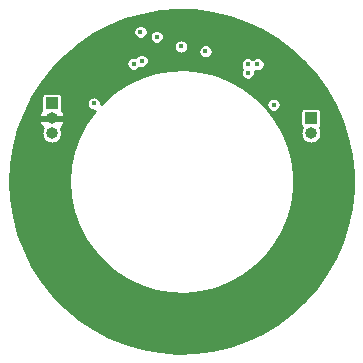
<source format=gbr>
G04 #@! TF.GenerationSoftware,KiCad,Pcbnew,(5.1.4)-1*
G04 #@! TF.CreationDate,2020-07-30T17:55:38-07:00*
G04 #@! TF.ProjectId,Kicad LED Rings,4b696361-6420-44c4-9544-2052696e6773,rev?*
G04 #@! TF.SameCoordinates,Original*
G04 #@! TF.FileFunction,Copper,L3,Inr*
G04 #@! TF.FilePolarity,Positive*
%FSLAX46Y46*%
G04 Gerber Fmt 4.6, Leading zero omitted, Abs format (unit mm)*
G04 Created by KiCad (PCBNEW (5.1.4)-1) date 2020-07-30 17:55:38*
%MOMM*%
%LPD*%
G04 APERTURE LIST*
%ADD10R,1.000000X1.000000*%
%ADD11O,1.000000X1.000000*%
%ADD12C,0.450000*%
%ADD13C,0.254000*%
G04 APERTURE END LIST*
D10*
X98659680Y-73283900D03*
D11*
X98659680Y-74553900D03*
X98659680Y-75823900D03*
D10*
X120591580Y-74553420D03*
D11*
X120591580Y-75823420D03*
D12*
X112207040Y-67330320D03*
X109595920Y-68486020D03*
X115247420Y-69999860D03*
X106281220Y-69707760D03*
X106166920Y-67249040D03*
X117436900Y-73416160D03*
X105587800Y-69941440D03*
X111660940Y-68894960D03*
X116060220Y-69982080D03*
X107542400Y-67669480D03*
X102201980Y-73312020D03*
X115260120Y-70721220D03*
D13*
G36*
X110770511Y-65434303D02*
G01*
X112252977Y-65626238D01*
X113707852Y-65969584D01*
X115119712Y-66460702D01*
X116473592Y-67094387D01*
X117755141Y-67863919D01*
X118950772Y-68761144D01*
X120047814Y-69776549D01*
X121034635Y-70899371D01*
X121900777Y-72117708D01*
X122637058Y-73418645D01*
X123235672Y-74788392D01*
X123690276Y-76212430D01*
X123996048Y-77675663D01*
X124149749Y-79162580D01*
X124149749Y-80657420D01*
X123996048Y-82144337D01*
X123690276Y-83607570D01*
X123235672Y-85031608D01*
X122637058Y-86401355D01*
X121900777Y-87702292D01*
X121034635Y-88920629D01*
X120047814Y-90043451D01*
X118950772Y-91058856D01*
X117755141Y-91956081D01*
X116473592Y-92725613D01*
X115119712Y-93359298D01*
X113707852Y-93850416D01*
X112252977Y-94193762D01*
X110770511Y-94385697D01*
X109276166Y-94424186D01*
X107785784Y-94308822D01*
X106315164Y-94040825D01*
X104879893Y-93623039D01*
X103495187Y-93059891D01*
X102175723Y-92357351D01*
X100935489Y-91522866D01*
X99787630Y-90565282D01*
X98744315Y-89494749D01*
X97816604Y-88322615D01*
X97014329Y-87061305D01*
X96345995Y-85724190D01*
X95818687Y-84325443D01*
X95437994Y-82879891D01*
X95207953Y-81402858D01*
X95131000Y-79910000D01*
X100149000Y-79910000D01*
X100233773Y-81176359D01*
X100486578Y-82420121D01*
X100902905Y-83619089D01*
X101475325Y-84751868D01*
X102193621Y-85798244D01*
X103044977Y-86739544D01*
X104014199Y-87558971D01*
X105083993Y-88241901D01*
X106235267Y-88776149D01*
X107447477Y-89152180D01*
X108698991Y-89363284D01*
X109967476Y-89405694D01*
X111230295Y-89278653D01*
X112464914Y-88984429D01*
X113649301Y-88528271D01*
X114762320Y-87918319D01*
X115784110Y-87165460D01*
X116696437Y-86283126D01*
X117483019Y-85287063D01*
X118129821Y-84195047D01*
X118625301Y-83026564D01*
X118960616Y-81802466D01*
X119129783Y-80544597D01*
X119129783Y-79275403D01*
X118960616Y-78017534D01*
X118625301Y-76793436D01*
X118213979Y-75823420D01*
X119706318Y-75823420D01*
X119723328Y-75996126D01*
X119773705Y-76162195D01*
X119855512Y-76315245D01*
X119965605Y-76449395D01*
X120099755Y-76559488D01*
X120252805Y-76641295D01*
X120418874Y-76691672D01*
X120548307Y-76704420D01*
X120634853Y-76704420D01*
X120764286Y-76691672D01*
X120930355Y-76641295D01*
X121083405Y-76559488D01*
X121217555Y-76449395D01*
X121327648Y-76315245D01*
X121409455Y-76162195D01*
X121459832Y-75996126D01*
X121476842Y-75823420D01*
X121459832Y-75650714D01*
X121409455Y-75484645D01*
X121335438Y-75346169D01*
X121362291Y-75324131D01*
X121409902Y-75266116D01*
X121445281Y-75199928D01*
X121467067Y-75128109D01*
X121474423Y-75053420D01*
X121474423Y-74053420D01*
X121467067Y-73978731D01*
X121445281Y-73906912D01*
X121409902Y-73840724D01*
X121362291Y-73782709D01*
X121304276Y-73735098D01*
X121238088Y-73699719D01*
X121166269Y-73677933D01*
X121091580Y-73670577D01*
X120091580Y-73670577D01*
X120016891Y-73677933D01*
X119945072Y-73699719D01*
X119878884Y-73735098D01*
X119820869Y-73782709D01*
X119773258Y-73840724D01*
X119737879Y-73906912D01*
X119716093Y-73978731D01*
X119708737Y-74053420D01*
X119708737Y-75053420D01*
X119716093Y-75128109D01*
X119737879Y-75199928D01*
X119773258Y-75266116D01*
X119820869Y-75324131D01*
X119847722Y-75346169D01*
X119773705Y-75484645D01*
X119723328Y-75650714D01*
X119706318Y-75823420D01*
X118213979Y-75823420D01*
X118129821Y-75624953D01*
X117483019Y-74532937D01*
X116696437Y-73536874D01*
X116509905Y-73356474D01*
X116830900Y-73356474D01*
X116830900Y-73475846D01*
X116854188Y-73592924D01*
X116899870Y-73703209D01*
X116966189Y-73802462D01*
X117050598Y-73886871D01*
X117149851Y-73953190D01*
X117260136Y-73998872D01*
X117377214Y-74022160D01*
X117496586Y-74022160D01*
X117613664Y-73998872D01*
X117723949Y-73953190D01*
X117823202Y-73886871D01*
X117907611Y-73802462D01*
X117973930Y-73703209D01*
X118019612Y-73592924D01*
X118042900Y-73475846D01*
X118042900Y-73356474D01*
X118019612Y-73239396D01*
X117973930Y-73129111D01*
X117907611Y-73029858D01*
X117823202Y-72945449D01*
X117723949Y-72879130D01*
X117613664Y-72833448D01*
X117496586Y-72810160D01*
X117377214Y-72810160D01*
X117260136Y-72833448D01*
X117149851Y-72879130D01*
X117050598Y-72945449D01*
X116966189Y-73029858D01*
X116899870Y-73129111D01*
X116854188Y-73239396D01*
X116830900Y-73356474D01*
X116509905Y-73356474D01*
X115784110Y-72654540D01*
X114762320Y-71901681D01*
X113649301Y-71291729D01*
X112464914Y-70835571D01*
X111230295Y-70541347D01*
X109967476Y-70414306D01*
X108698991Y-70456716D01*
X107447477Y-70667820D01*
X106235267Y-71043851D01*
X105083993Y-71578099D01*
X104014199Y-72261029D01*
X103044977Y-73080456D01*
X102807980Y-73342491D01*
X102807980Y-73252334D01*
X102784692Y-73135256D01*
X102739010Y-73024971D01*
X102672691Y-72925718D01*
X102588282Y-72841309D01*
X102489029Y-72774990D01*
X102378744Y-72729308D01*
X102261666Y-72706020D01*
X102142294Y-72706020D01*
X102025216Y-72729308D01*
X101914931Y-72774990D01*
X101815678Y-72841309D01*
X101731269Y-72925718D01*
X101664950Y-73024971D01*
X101619268Y-73135256D01*
X101595980Y-73252334D01*
X101595980Y-73371706D01*
X101619268Y-73488784D01*
X101664950Y-73599069D01*
X101731269Y-73698322D01*
X101815678Y-73782731D01*
X101914931Y-73849050D01*
X102025216Y-73894732D01*
X102142294Y-73918020D01*
X102261666Y-73918020D01*
X102293100Y-73911768D01*
X102193621Y-74021756D01*
X101475325Y-75068132D01*
X100902905Y-76200911D01*
X100486578Y-77399879D01*
X100233773Y-78643641D01*
X100149000Y-79910000D01*
X95131000Y-79910000D01*
X95207953Y-78417142D01*
X95437994Y-76940109D01*
X95818687Y-75494557D01*
X96059499Y-74855774D01*
X97565561Y-74855774D01*
X97582234Y-74910764D01*
X97672557Y-75114106D01*
X97800815Y-75295920D01*
X97895054Y-75385504D01*
X97841805Y-75485125D01*
X97791428Y-75651194D01*
X97774418Y-75823900D01*
X97791428Y-75996606D01*
X97841805Y-76162675D01*
X97923612Y-76315725D01*
X98033705Y-76449875D01*
X98167855Y-76559968D01*
X98320905Y-76641775D01*
X98486974Y-76692152D01*
X98616407Y-76704900D01*
X98702953Y-76704900D01*
X98832386Y-76692152D01*
X98998455Y-76641775D01*
X99151505Y-76559968D01*
X99285655Y-76449875D01*
X99395748Y-76315725D01*
X99477555Y-76162675D01*
X99527932Y-75996606D01*
X99544942Y-75823900D01*
X99527932Y-75651194D01*
X99477555Y-75485125D01*
X99424306Y-75385504D01*
X99518545Y-75295920D01*
X99646803Y-75114106D01*
X99737126Y-74910764D01*
X99753799Y-74855774D01*
X99627634Y-74680900D01*
X98786680Y-74680900D01*
X98786680Y-74700900D01*
X98532680Y-74700900D01*
X98532680Y-74680900D01*
X97691726Y-74680900D01*
X97565561Y-74855774D01*
X96059499Y-74855774D01*
X96287103Y-74252026D01*
X97565561Y-74252026D01*
X97691726Y-74426900D01*
X98532680Y-74426900D01*
X98532680Y-74406900D01*
X98786680Y-74406900D01*
X98786680Y-74426900D01*
X99627634Y-74426900D01*
X99753799Y-74252026D01*
X99737126Y-74197036D01*
X99646803Y-73993694D01*
X99537167Y-73838278D01*
X99542523Y-73783900D01*
X99542523Y-72783900D01*
X99535167Y-72709211D01*
X99513381Y-72637392D01*
X99478002Y-72571204D01*
X99430391Y-72513189D01*
X99372376Y-72465578D01*
X99306188Y-72430199D01*
X99234369Y-72408413D01*
X99159680Y-72401057D01*
X98159680Y-72401057D01*
X98084991Y-72408413D01*
X98013172Y-72430199D01*
X97946984Y-72465578D01*
X97888969Y-72513189D01*
X97841358Y-72571204D01*
X97805979Y-72637392D01*
X97784193Y-72709211D01*
X97776837Y-72783900D01*
X97776837Y-73783900D01*
X97782193Y-73838278D01*
X97672557Y-73993694D01*
X97582234Y-74197036D01*
X97565561Y-74252026D01*
X96287103Y-74252026D01*
X96345995Y-74095810D01*
X97014329Y-72758695D01*
X97816604Y-71497385D01*
X98744315Y-70325251D01*
X99176536Y-69881754D01*
X104981800Y-69881754D01*
X104981800Y-70001126D01*
X105005088Y-70118204D01*
X105050770Y-70228489D01*
X105117089Y-70327742D01*
X105201498Y-70412151D01*
X105300751Y-70478470D01*
X105411036Y-70524152D01*
X105528114Y-70547440D01*
X105647486Y-70547440D01*
X105764564Y-70524152D01*
X105874849Y-70478470D01*
X105974102Y-70412151D01*
X106058511Y-70327742D01*
X106087975Y-70283645D01*
X106104456Y-70290472D01*
X106221534Y-70313760D01*
X106340906Y-70313760D01*
X106457984Y-70290472D01*
X106568269Y-70244790D01*
X106667522Y-70178471D01*
X106751931Y-70094062D01*
X106818250Y-69994809D01*
X106840880Y-69940174D01*
X114641420Y-69940174D01*
X114641420Y-70059546D01*
X114664708Y-70176624D01*
X114710390Y-70286909D01*
X114765939Y-70370043D01*
X114723090Y-70434171D01*
X114677408Y-70544456D01*
X114654120Y-70661534D01*
X114654120Y-70780906D01*
X114677408Y-70897984D01*
X114723090Y-71008269D01*
X114789409Y-71107522D01*
X114873818Y-71191931D01*
X114973071Y-71258250D01*
X115083356Y-71303932D01*
X115200434Y-71327220D01*
X115319806Y-71327220D01*
X115436884Y-71303932D01*
X115547169Y-71258250D01*
X115646422Y-71191931D01*
X115730831Y-71107522D01*
X115797150Y-71008269D01*
X115842832Y-70897984D01*
X115866120Y-70780906D01*
X115866120Y-70661534D01*
X115843593Y-70548280D01*
X115883456Y-70564792D01*
X116000534Y-70588080D01*
X116119906Y-70588080D01*
X116236984Y-70564792D01*
X116347269Y-70519110D01*
X116446522Y-70452791D01*
X116530931Y-70368382D01*
X116597250Y-70269129D01*
X116642932Y-70158844D01*
X116666220Y-70041766D01*
X116666220Y-69922394D01*
X116642932Y-69805316D01*
X116597250Y-69695031D01*
X116530931Y-69595778D01*
X116446522Y-69511369D01*
X116347269Y-69445050D01*
X116236984Y-69399368D01*
X116119906Y-69376080D01*
X116000534Y-69376080D01*
X115883456Y-69399368D01*
X115773171Y-69445050D01*
X115673918Y-69511369D01*
X115644930Y-69540357D01*
X115633722Y-69529149D01*
X115534469Y-69462830D01*
X115424184Y-69417148D01*
X115307106Y-69393860D01*
X115187734Y-69393860D01*
X115070656Y-69417148D01*
X114960371Y-69462830D01*
X114861118Y-69529149D01*
X114776709Y-69613558D01*
X114710390Y-69712811D01*
X114664708Y-69823096D01*
X114641420Y-69940174D01*
X106840880Y-69940174D01*
X106863932Y-69884524D01*
X106887220Y-69767446D01*
X106887220Y-69648074D01*
X106863932Y-69530996D01*
X106818250Y-69420711D01*
X106751931Y-69321458D01*
X106667522Y-69237049D01*
X106568269Y-69170730D01*
X106457984Y-69125048D01*
X106340906Y-69101760D01*
X106221534Y-69101760D01*
X106104456Y-69125048D01*
X105994171Y-69170730D01*
X105894918Y-69237049D01*
X105810509Y-69321458D01*
X105781045Y-69365555D01*
X105764564Y-69358728D01*
X105647486Y-69335440D01*
X105528114Y-69335440D01*
X105411036Y-69358728D01*
X105300751Y-69404410D01*
X105201498Y-69470729D01*
X105117089Y-69555138D01*
X105050770Y-69654391D01*
X105005088Y-69764676D01*
X104981800Y-69881754D01*
X99176536Y-69881754D01*
X99787630Y-69254718D01*
X100780616Y-68426334D01*
X108989920Y-68426334D01*
X108989920Y-68545706D01*
X109013208Y-68662784D01*
X109058890Y-68773069D01*
X109125209Y-68872322D01*
X109209618Y-68956731D01*
X109308871Y-69023050D01*
X109419156Y-69068732D01*
X109536234Y-69092020D01*
X109655606Y-69092020D01*
X109772684Y-69068732D01*
X109882969Y-69023050D01*
X109982222Y-68956731D01*
X110066631Y-68872322D01*
X110091385Y-68835274D01*
X111054940Y-68835274D01*
X111054940Y-68954646D01*
X111078228Y-69071724D01*
X111123910Y-69182009D01*
X111190229Y-69281262D01*
X111274638Y-69365671D01*
X111373891Y-69431990D01*
X111484176Y-69477672D01*
X111601254Y-69500960D01*
X111720626Y-69500960D01*
X111837704Y-69477672D01*
X111947989Y-69431990D01*
X112047242Y-69365671D01*
X112131651Y-69281262D01*
X112197970Y-69182009D01*
X112243652Y-69071724D01*
X112266940Y-68954646D01*
X112266940Y-68835274D01*
X112243652Y-68718196D01*
X112197970Y-68607911D01*
X112131651Y-68508658D01*
X112047242Y-68424249D01*
X111947989Y-68357930D01*
X111837704Y-68312248D01*
X111720626Y-68288960D01*
X111601254Y-68288960D01*
X111484176Y-68312248D01*
X111373891Y-68357930D01*
X111274638Y-68424249D01*
X111190229Y-68508658D01*
X111123910Y-68607911D01*
X111078228Y-68718196D01*
X111054940Y-68835274D01*
X110091385Y-68835274D01*
X110132950Y-68773069D01*
X110178632Y-68662784D01*
X110201920Y-68545706D01*
X110201920Y-68426334D01*
X110178632Y-68309256D01*
X110132950Y-68198971D01*
X110066631Y-68099718D01*
X109982222Y-68015309D01*
X109882969Y-67948990D01*
X109772684Y-67903308D01*
X109655606Y-67880020D01*
X109536234Y-67880020D01*
X109419156Y-67903308D01*
X109308871Y-67948990D01*
X109209618Y-68015309D01*
X109125209Y-68099718D01*
X109058890Y-68198971D01*
X109013208Y-68309256D01*
X108989920Y-68426334D01*
X100780616Y-68426334D01*
X100935489Y-68297134D01*
X102175723Y-67462649D01*
X102689007Y-67189354D01*
X105560920Y-67189354D01*
X105560920Y-67308726D01*
X105584208Y-67425804D01*
X105629890Y-67536089D01*
X105696209Y-67635342D01*
X105780618Y-67719751D01*
X105879871Y-67786070D01*
X105990156Y-67831752D01*
X106107234Y-67855040D01*
X106226606Y-67855040D01*
X106343684Y-67831752D01*
X106453969Y-67786070D01*
X106553222Y-67719751D01*
X106637631Y-67635342D01*
X106654701Y-67609794D01*
X106936400Y-67609794D01*
X106936400Y-67729166D01*
X106959688Y-67846244D01*
X107005370Y-67956529D01*
X107071689Y-68055782D01*
X107156098Y-68140191D01*
X107255351Y-68206510D01*
X107365636Y-68252192D01*
X107482714Y-68275480D01*
X107602086Y-68275480D01*
X107719164Y-68252192D01*
X107829449Y-68206510D01*
X107928702Y-68140191D01*
X108013111Y-68055782D01*
X108079430Y-67956529D01*
X108125112Y-67846244D01*
X108148400Y-67729166D01*
X108148400Y-67609794D01*
X108125112Y-67492716D01*
X108079430Y-67382431D01*
X108013111Y-67283178D01*
X107928702Y-67198769D01*
X107829449Y-67132450D01*
X107719164Y-67086768D01*
X107602086Y-67063480D01*
X107482714Y-67063480D01*
X107365636Y-67086768D01*
X107255351Y-67132450D01*
X107156098Y-67198769D01*
X107071689Y-67283178D01*
X107005370Y-67382431D01*
X106959688Y-67492716D01*
X106936400Y-67609794D01*
X106654701Y-67609794D01*
X106703950Y-67536089D01*
X106749632Y-67425804D01*
X106772920Y-67308726D01*
X106772920Y-67189354D01*
X106749632Y-67072276D01*
X106703950Y-66961991D01*
X106637631Y-66862738D01*
X106553222Y-66778329D01*
X106453969Y-66712010D01*
X106343684Y-66666328D01*
X106226606Y-66643040D01*
X106107234Y-66643040D01*
X105990156Y-66666328D01*
X105879871Y-66712010D01*
X105780618Y-66778329D01*
X105696209Y-66862738D01*
X105629890Y-66961991D01*
X105584208Y-67072276D01*
X105560920Y-67189354D01*
X102689007Y-67189354D01*
X103495187Y-66760109D01*
X104879893Y-66196961D01*
X106315164Y-65779175D01*
X107785784Y-65511178D01*
X109276166Y-65395814D01*
X110770511Y-65434303D01*
X110770511Y-65434303D01*
G37*
X110770511Y-65434303D02*
X112252977Y-65626238D01*
X113707852Y-65969584D01*
X115119712Y-66460702D01*
X116473592Y-67094387D01*
X117755141Y-67863919D01*
X118950772Y-68761144D01*
X120047814Y-69776549D01*
X121034635Y-70899371D01*
X121900777Y-72117708D01*
X122637058Y-73418645D01*
X123235672Y-74788392D01*
X123690276Y-76212430D01*
X123996048Y-77675663D01*
X124149749Y-79162580D01*
X124149749Y-80657420D01*
X123996048Y-82144337D01*
X123690276Y-83607570D01*
X123235672Y-85031608D01*
X122637058Y-86401355D01*
X121900777Y-87702292D01*
X121034635Y-88920629D01*
X120047814Y-90043451D01*
X118950772Y-91058856D01*
X117755141Y-91956081D01*
X116473592Y-92725613D01*
X115119712Y-93359298D01*
X113707852Y-93850416D01*
X112252977Y-94193762D01*
X110770511Y-94385697D01*
X109276166Y-94424186D01*
X107785784Y-94308822D01*
X106315164Y-94040825D01*
X104879893Y-93623039D01*
X103495187Y-93059891D01*
X102175723Y-92357351D01*
X100935489Y-91522866D01*
X99787630Y-90565282D01*
X98744315Y-89494749D01*
X97816604Y-88322615D01*
X97014329Y-87061305D01*
X96345995Y-85724190D01*
X95818687Y-84325443D01*
X95437994Y-82879891D01*
X95207953Y-81402858D01*
X95131000Y-79910000D01*
X100149000Y-79910000D01*
X100233773Y-81176359D01*
X100486578Y-82420121D01*
X100902905Y-83619089D01*
X101475325Y-84751868D01*
X102193621Y-85798244D01*
X103044977Y-86739544D01*
X104014199Y-87558971D01*
X105083993Y-88241901D01*
X106235267Y-88776149D01*
X107447477Y-89152180D01*
X108698991Y-89363284D01*
X109967476Y-89405694D01*
X111230295Y-89278653D01*
X112464914Y-88984429D01*
X113649301Y-88528271D01*
X114762320Y-87918319D01*
X115784110Y-87165460D01*
X116696437Y-86283126D01*
X117483019Y-85287063D01*
X118129821Y-84195047D01*
X118625301Y-83026564D01*
X118960616Y-81802466D01*
X119129783Y-80544597D01*
X119129783Y-79275403D01*
X118960616Y-78017534D01*
X118625301Y-76793436D01*
X118213979Y-75823420D01*
X119706318Y-75823420D01*
X119723328Y-75996126D01*
X119773705Y-76162195D01*
X119855512Y-76315245D01*
X119965605Y-76449395D01*
X120099755Y-76559488D01*
X120252805Y-76641295D01*
X120418874Y-76691672D01*
X120548307Y-76704420D01*
X120634853Y-76704420D01*
X120764286Y-76691672D01*
X120930355Y-76641295D01*
X121083405Y-76559488D01*
X121217555Y-76449395D01*
X121327648Y-76315245D01*
X121409455Y-76162195D01*
X121459832Y-75996126D01*
X121476842Y-75823420D01*
X121459832Y-75650714D01*
X121409455Y-75484645D01*
X121335438Y-75346169D01*
X121362291Y-75324131D01*
X121409902Y-75266116D01*
X121445281Y-75199928D01*
X121467067Y-75128109D01*
X121474423Y-75053420D01*
X121474423Y-74053420D01*
X121467067Y-73978731D01*
X121445281Y-73906912D01*
X121409902Y-73840724D01*
X121362291Y-73782709D01*
X121304276Y-73735098D01*
X121238088Y-73699719D01*
X121166269Y-73677933D01*
X121091580Y-73670577D01*
X120091580Y-73670577D01*
X120016891Y-73677933D01*
X119945072Y-73699719D01*
X119878884Y-73735098D01*
X119820869Y-73782709D01*
X119773258Y-73840724D01*
X119737879Y-73906912D01*
X119716093Y-73978731D01*
X119708737Y-74053420D01*
X119708737Y-75053420D01*
X119716093Y-75128109D01*
X119737879Y-75199928D01*
X119773258Y-75266116D01*
X119820869Y-75324131D01*
X119847722Y-75346169D01*
X119773705Y-75484645D01*
X119723328Y-75650714D01*
X119706318Y-75823420D01*
X118213979Y-75823420D01*
X118129821Y-75624953D01*
X117483019Y-74532937D01*
X116696437Y-73536874D01*
X116509905Y-73356474D01*
X116830900Y-73356474D01*
X116830900Y-73475846D01*
X116854188Y-73592924D01*
X116899870Y-73703209D01*
X116966189Y-73802462D01*
X117050598Y-73886871D01*
X117149851Y-73953190D01*
X117260136Y-73998872D01*
X117377214Y-74022160D01*
X117496586Y-74022160D01*
X117613664Y-73998872D01*
X117723949Y-73953190D01*
X117823202Y-73886871D01*
X117907611Y-73802462D01*
X117973930Y-73703209D01*
X118019612Y-73592924D01*
X118042900Y-73475846D01*
X118042900Y-73356474D01*
X118019612Y-73239396D01*
X117973930Y-73129111D01*
X117907611Y-73029858D01*
X117823202Y-72945449D01*
X117723949Y-72879130D01*
X117613664Y-72833448D01*
X117496586Y-72810160D01*
X117377214Y-72810160D01*
X117260136Y-72833448D01*
X117149851Y-72879130D01*
X117050598Y-72945449D01*
X116966189Y-73029858D01*
X116899870Y-73129111D01*
X116854188Y-73239396D01*
X116830900Y-73356474D01*
X116509905Y-73356474D01*
X115784110Y-72654540D01*
X114762320Y-71901681D01*
X113649301Y-71291729D01*
X112464914Y-70835571D01*
X111230295Y-70541347D01*
X109967476Y-70414306D01*
X108698991Y-70456716D01*
X107447477Y-70667820D01*
X106235267Y-71043851D01*
X105083993Y-71578099D01*
X104014199Y-72261029D01*
X103044977Y-73080456D01*
X102807980Y-73342491D01*
X102807980Y-73252334D01*
X102784692Y-73135256D01*
X102739010Y-73024971D01*
X102672691Y-72925718D01*
X102588282Y-72841309D01*
X102489029Y-72774990D01*
X102378744Y-72729308D01*
X102261666Y-72706020D01*
X102142294Y-72706020D01*
X102025216Y-72729308D01*
X101914931Y-72774990D01*
X101815678Y-72841309D01*
X101731269Y-72925718D01*
X101664950Y-73024971D01*
X101619268Y-73135256D01*
X101595980Y-73252334D01*
X101595980Y-73371706D01*
X101619268Y-73488784D01*
X101664950Y-73599069D01*
X101731269Y-73698322D01*
X101815678Y-73782731D01*
X101914931Y-73849050D01*
X102025216Y-73894732D01*
X102142294Y-73918020D01*
X102261666Y-73918020D01*
X102293100Y-73911768D01*
X102193621Y-74021756D01*
X101475325Y-75068132D01*
X100902905Y-76200911D01*
X100486578Y-77399879D01*
X100233773Y-78643641D01*
X100149000Y-79910000D01*
X95131000Y-79910000D01*
X95207953Y-78417142D01*
X95437994Y-76940109D01*
X95818687Y-75494557D01*
X96059499Y-74855774D01*
X97565561Y-74855774D01*
X97582234Y-74910764D01*
X97672557Y-75114106D01*
X97800815Y-75295920D01*
X97895054Y-75385504D01*
X97841805Y-75485125D01*
X97791428Y-75651194D01*
X97774418Y-75823900D01*
X97791428Y-75996606D01*
X97841805Y-76162675D01*
X97923612Y-76315725D01*
X98033705Y-76449875D01*
X98167855Y-76559968D01*
X98320905Y-76641775D01*
X98486974Y-76692152D01*
X98616407Y-76704900D01*
X98702953Y-76704900D01*
X98832386Y-76692152D01*
X98998455Y-76641775D01*
X99151505Y-76559968D01*
X99285655Y-76449875D01*
X99395748Y-76315725D01*
X99477555Y-76162675D01*
X99527932Y-75996606D01*
X99544942Y-75823900D01*
X99527932Y-75651194D01*
X99477555Y-75485125D01*
X99424306Y-75385504D01*
X99518545Y-75295920D01*
X99646803Y-75114106D01*
X99737126Y-74910764D01*
X99753799Y-74855774D01*
X99627634Y-74680900D01*
X98786680Y-74680900D01*
X98786680Y-74700900D01*
X98532680Y-74700900D01*
X98532680Y-74680900D01*
X97691726Y-74680900D01*
X97565561Y-74855774D01*
X96059499Y-74855774D01*
X96287103Y-74252026D01*
X97565561Y-74252026D01*
X97691726Y-74426900D01*
X98532680Y-74426900D01*
X98532680Y-74406900D01*
X98786680Y-74406900D01*
X98786680Y-74426900D01*
X99627634Y-74426900D01*
X99753799Y-74252026D01*
X99737126Y-74197036D01*
X99646803Y-73993694D01*
X99537167Y-73838278D01*
X99542523Y-73783900D01*
X99542523Y-72783900D01*
X99535167Y-72709211D01*
X99513381Y-72637392D01*
X99478002Y-72571204D01*
X99430391Y-72513189D01*
X99372376Y-72465578D01*
X99306188Y-72430199D01*
X99234369Y-72408413D01*
X99159680Y-72401057D01*
X98159680Y-72401057D01*
X98084991Y-72408413D01*
X98013172Y-72430199D01*
X97946984Y-72465578D01*
X97888969Y-72513189D01*
X97841358Y-72571204D01*
X97805979Y-72637392D01*
X97784193Y-72709211D01*
X97776837Y-72783900D01*
X97776837Y-73783900D01*
X97782193Y-73838278D01*
X97672557Y-73993694D01*
X97582234Y-74197036D01*
X97565561Y-74252026D01*
X96287103Y-74252026D01*
X96345995Y-74095810D01*
X97014329Y-72758695D01*
X97816604Y-71497385D01*
X98744315Y-70325251D01*
X99176536Y-69881754D01*
X104981800Y-69881754D01*
X104981800Y-70001126D01*
X105005088Y-70118204D01*
X105050770Y-70228489D01*
X105117089Y-70327742D01*
X105201498Y-70412151D01*
X105300751Y-70478470D01*
X105411036Y-70524152D01*
X105528114Y-70547440D01*
X105647486Y-70547440D01*
X105764564Y-70524152D01*
X105874849Y-70478470D01*
X105974102Y-70412151D01*
X106058511Y-70327742D01*
X106087975Y-70283645D01*
X106104456Y-70290472D01*
X106221534Y-70313760D01*
X106340906Y-70313760D01*
X106457984Y-70290472D01*
X106568269Y-70244790D01*
X106667522Y-70178471D01*
X106751931Y-70094062D01*
X106818250Y-69994809D01*
X106840880Y-69940174D01*
X114641420Y-69940174D01*
X114641420Y-70059546D01*
X114664708Y-70176624D01*
X114710390Y-70286909D01*
X114765939Y-70370043D01*
X114723090Y-70434171D01*
X114677408Y-70544456D01*
X114654120Y-70661534D01*
X114654120Y-70780906D01*
X114677408Y-70897984D01*
X114723090Y-71008269D01*
X114789409Y-71107522D01*
X114873818Y-71191931D01*
X114973071Y-71258250D01*
X115083356Y-71303932D01*
X115200434Y-71327220D01*
X115319806Y-71327220D01*
X115436884Y-71303932D01*
X115547169Y-71258250D01*
X115646422Y-71191931D01*
X115730831Y-71107522D01*
X115797150Y-71008269D01*
X115842832Y-70897984D01*
X115866120Y-70780906D01*
X115866120Y-70661534D01*
X115843593Y-70548280D01*
X115883456Y-70564792D01*
X116000534Y-70588080D01*
X116119906Y-70588080D01*
X116236984Y-70564792D01*
X116347269Y-70519110D01*
X116446522Y-70452791D01*
X116530931Y-70368382D01*
X116597250Y-70269129D01*
X116642932Y-70158844D01*
X116666220Y-70041766D01*
X116666220Y-69922394D01*
X116642932Y-69805316D01*
X116597250Y-69695031D01*
X116530931Y-69595778D01*
X116446522Y-69511369D01*
X116347269Y-69445050D01*
X116236984Y-69399368D01*
X116119906Y-69376080D01*
X116000534Y-69376080D01*
X115883456Y-69399368D01*
X115773171Y-69445050D01*
X115673918Y-69511369D01*
X115644930Y-69540357D01*
X115633722Y-69529149D01*
X115534469Y-69462830D01*
X115424184Y-69417148D01*
X115307106Y-69393860D01*
X115187734Y-69393860D01*
X115070656Y-69417148D01*
X114960371Y-69462830D01*
X114861118Y-69529149D01*
X114776709Y-69613558D01*
X114710390Y-69712811D01*
X114664708Y-69823096D01*
X114641420Y-69940174D01*
X106840880Y-69940174D01*
X106863932Y-69884524D01*
X106887220Y-69767446D01*
X106887220Y-69648074D01*
X106863932Y-69530996D01*
X106818250Y-69420711D01*
X106751931Y-69321458D01*
X106667522Y-69237049D01*
X106568269Y-69170730D01*
X106457984Y-69125048D01*
X106340906Y-69101760D01*
X106221534Y-69101760D01*
X106104456Y-69125048D01*
X105994171Y-69170730D01*
X105894918Y-69237049D01*
X105810509Y-69321458D01*
X105781045Y-69365555D01*
X105764564Y-69358728D01*
X105647486Y-69335440D01*
X105528114Y-69335440D01*
X105411036Y-69358728D01*
X105300751Y-69404410D01*
X105201498Y-69470729D01*
X105117089Y-69555138D01*
X105050770Y-69654391D01*
X105005088Y-69764676D01*
X104981800Y-69881754D01*
X99176536Y-69881754D01*
X99787630Y-69254718D01*
X100780616Y-68426334D01*
X108989920Y-68426334D01*
X108989920Y-68545706D01*
X109013208Y-68662784D01*
X109058890Y-68773069D01*
X109125209Y-68872322D01*
X109209618Y-68956731D01*
X109308871Y-69023050D01*
X109419156Y-69068732D01*
X109536234Y-69092020D01*
X109655606Y-69092020D01*
X109772684Y-69068732D01*
X109882969Y-69023050D01*
X109982222Y-68956731D01*
X110066631Y-68872322D01*
X110091385Y-68835274D01*
X111054940Y-68835274D01*
X111054940Y-68954646D01*
X111078228Y-69071724D01*
X111123910Y-69182009D01*
X111190229Y-69281262D01*
X111274638Y-69365671D01*
X111373891Y-69431990D01*
X111484176Y-69477672D01*
X111601254Y-69500960D01*
X111720626Y-69500960D01*
X111837704Y-69477672D01*
X111947989Y-69431990D01*
X112047242Y-69365671D01*
X112131651Y-69281262D01*
X112197970Y-69182009D01*
X112243652Y-69071724D01*
X112266940Y-68954646D01*
X112266940Y-68835274D01*
X112243652Y-68718196D01*
X112197970Y-68607911D01*
X112131651Y-68508658D01*
X112047242Y-68424249D01*
X111947989Y-68357930D01*
X111837704Y-68312248D01*
X111720626Y-68288960D01*
X111601254Y-68288960D01*
X111484176Y-68312248D01*
X111373891Y-68357930D01*
X111274638Y-68424249D01*
X111190229Y-68508658D01*
X111123910Y-68607911D01*
X111078228Y-68718196D01*
X111054940Y-68835274D01*
X110091385Y-68835274D01*
X110132950Y-68773069D01*
X110178632Y-68662784D01*
X110201920Y-68545706D01*
X110201920Y-68426334D01*
X110178632Y-68309256D01*
X110132950Y-68198971D01*
X110066631Y-68099718D01*
X109982222Y-68015309D01*
X109882969Y-67948990D01*
X109772684Y-67903308D01*
X109655606Y-67880020D01*
X109536234Y-67880020D01*
X109419156Y-67903308D01*
X109308871Y-67948990D01*
X109209618Y-68015309D01*
X109125209Y-68099718D01*
X109058890Y-68198971D01*
X109013208Y-68309256D01*
X108989920Y-68426334D01*
X100780616Y-68426334D01*
X100935489Y-68297134D01*
X102175723Y-67462649D01*
X102689007Y-67189354D01*
X105560920Y-67189354D01*
X105560920Y-67308726D01*
X105584208Y-67425804D01*
X105629890Y-67536089D01*
X105696209Y-67635342D01*
X105780618Y-67719751D01*
X105879871Y-67786070D01*
X105990156Y-67831752D01*
X106107234Y-67855040D01*
X106226606Y-67855040D01*
X106343684Y-67831752D01*
X106453969Y-67786070D01*
X106553222Y-67719751D01*
X106637631Y-67635342D01*
X106654701Y-67609794D01*
X106936400Y-67609794D01*
X106936400Y-67729166D01*
X106959688Y-67846244D01*
X107005370Y-67956529D01*
X107071689Y-68055782D01*
X107156098Y-68140191D01*
X107255351Y-68206510D01*
X107365636Y-68252192D01*
X107482714Y-68275480D01*
X107602086Y-68275480D01*
X107719164Y-68252192D01*
X107829449Y-68206510D01*
X107928702Y-68140191D01*
X108013111Y-68055782D01*
X108079430Y-67956529D01*
X108125112Y-67846244D01*
X108148400Y-67729166D01*
X108148400Y-67609794D01*
X108125112Y-67492716D01*
X108079430Y-67382431D01*
X108013111Y-67283178D01*
X107928702Y-67198769D01*
X107829449Y-67132450D01*
X107719164Y-67086768D01*
X107602086Y-67063480D01*
X107482714Y-67063480D01*
X107365636Y-67086768D01*
X107255351Y-67132450D01*
X107156098Y-67198769D01*
X107071689Y-67283178D01*
X107005370Y-67382431D01*
X106959688Y-67492716D01*
X106936400Y-67609794D01*
X106654701Y-67609794D01*
X106703950Y-67536089D01*
X106749632Y-67425804D01*
X106772920Y-67308726D01*
X106772920Y-67189354D01*
X106749632Y-67072276D01*
X106703950Y-66961991D01*
X106637631Y-66862738D01*
X106553222Y-66778329D01*
X106453969Y-66712010D01*
X106343684Y-66666328D01*
X106226606Y-66643040D01*
X106107234Y-66643040D01*
X105990156Y-66666328D01*
X105879871Y-66712010D01*
X105780618Y-66778329D01*
X105696209Y-66862738D01*
X105629890Y-66961991D01*
X105584208Y-67072276D01*
X105560920Y-67189354D01*
X102689007Y-67189354D01*
X103495187Y-66760109D01*
X104879893Y-66196961D01*
X106315164Y-65779175D01*
X107785784Y-65511178D01*
X109276166Y-65395814D01*
X110770511Y-65434303D01*
M02*

</source>
